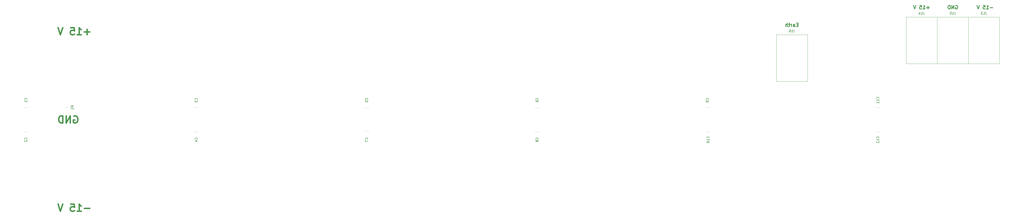
<source format=gbr>
G04 #@! TF.GenerationSoftware,KiCad,Pcbnew,5.1.8*
G04 #@! TF.CreationDate,2020-12-14T16:47:20+01:00*
G04 #@! TF.ProjectId,main,6d61696e-2e6b-4696-9361-645f70636258,v1.0.0*
G04 #@! TF.SameCoordinates,Original*
G04 #@! TF.FileFunction,Legend,Bot*
G04 #@! TF.FilePolarity,Positive*
%FSLAX46Y46*%
G04 Gerber Fmt 4.6, Leading zero omitted, Abs format (unit mm)*
G04 Created by KiCad (PCBNEW 5.1.8) date 2020-12-14 16:47:20*
%MOMM*%
%LPD*%
G01*
G04 APERTURE LIST*
%ADD10C,0.300000*%
%ADD11C,0.600000*%
%ADD12C,0.120000*%
%ADD13C,0.150000*%
G04 APERTURE END LIST*
D10*
X353631428Y-46247857D02*
X353131428Y-46247857D01*
X352917142Y-47033571D02*
X353631428Y-47033571D01*
X353631428Y-45533571D01*
X352917142Y-45533571D01*
X351631428Y-47033571D02*
X351631428Y-46247857D01*
X351702857Y-46105000D01*
X351845714Y-46033571D01*
X352131428Y-46033571D01*
X352274285Y-46105000D01*
X351631428Y-46962142D02*
X351774285Y-47033571D01*
X352131428Y-47033571D01*
X352274285Y-46962142D01*
X352345714Y-46819285D01*
X352345714Y-46676428D01*
X352274285Y-46533571D01*
X352131428Y-46462142D01*
X351774285Y-46462142D01*
X351631428Y-46390714D01*
X350917142Y-47033571D02*
X350917142Y-46033571D01*
X350917142Y-46319285D02*
X350845714Y-46176428D01*
X350774285Y-46105000D01*
X350631428Y-46033571D01*
X350488571Y-46033571D01*
X350202857Y-46033571D02*
X349631428Y-46033571D01*
X349988571Y-45533571D02*
X349988571Y-46819285D01*
X349917142Y-46962142D01*
X349774285Y-47033571D01*
X349631428Y-47033571D01*
X349131428Y-47033571D02*
X349131428Y-45533571D01*
X348488571Y-47033571D02*
X348488571Y-46247857D01*
X348560000Y-46105000D01*
X348702857Y-46033571D01*
X348917142Y-46033571D01*
X349060000Y-46105000D01*
X349131428Y-46176428D01*
D11*
X57981428Y-122899285D02*
X55695714Y-122899285D01*
X52695714Y-124042142D02*
X54410000Y-124042142D01*
X53552857Y-124042142D02*
X53552857Y-121042142D01*
X53838571Y-121470714D01*
X54124285Y-121756428D01*
X54410000Y-121899285D01*
X49981428Y-121042142D02*
X51410000Y-121042142D01*
X51552857Y-122470714D01*
X51410000Y-122327857D01*
X51124285Y-122185000D01*
X50410000Y-122185000D01*
X50124285Y-122327857D01*
X49981428Y-122470714D01*
X49838571Y-122756428D01*
X49838571Y-123470714D01*
X49981428Y-123756428D01*
X50124285Y-123899285D01*
X50410000Y-124042142D01*
X51124285Y-124042142D01*
X51410000Y-123899285D01*
X51552857Y-123756428D01*
X46695714Y-121042142D02*
X45695714Y-124042142D01*
X44695714Y-121042142D01*
X51267142Y-84355000D02*
X51552857Y-84212142D01*
X51981428Y-84212142D01*
X52410000Y-84355000D01*
X52695714Y-84640714D01*
X52838571Y-84926428D01*
X52981428Y-85497857D01*
X52981428Y-85926428D01*
X52838571Y-86497857D01*
X52695714Y-86783571D01*
X52410000Y-87069285D01*
X51981428Y-87212142D01*
X51695714Y-87212142D01*
X51267142Y-87069285D01*
X51124285Y-86926428D01*
X51124285Y-85926428D01*
X51695714Y-85926428D01*
X49838571Y-87212142D02*
X49838571Y-84212142D01*
X48124285Y-87212142D01*
X48124285Y-84212142D01*
X46695714Y-87212142D02*
X46695714Y-84212142D01*
X45981428Y-84212142D01*
X45552857Y-84355000D01*
X45267142Y-84640714D01*
X45124285Y-84926428D01*
X44981428Y-85497857D01*
X44981428Y-85926428D01*
X45124285Y-86497857D01*
X45267142Y-86783571D01*
X45552857Y-87069285D01*
X45981428Y-87212142D01*
X46695714Y-87212142D01*
X57981428Y-49239285D02*
X55695714Y-49239285D01*
X56838571Y-50382142D02*
X56838571Y-48096428D01*
X52695714Y-50382142D02*
X54410000Y-50382142D01*
X53552857Y-50382142D02*
X53552857Y-47382142D01*
X53838571Y-47810714D01*
X54124285Y-48096428D01*
X54410000Y-48239285D01*
X49981428Y-47382142D02*
X51410000Y-47382142D01*
X51552857Y-48810714D01*
X51410000Y-48667857D01*
X51124285Y-48525000D01*
X50410000Y-48525000D01*
X50124285Y-48667857D01*
X49981428Y-48810714D01*
X49838571Y-49096428D01*
X49838571Y-49810714D01*
X49981428Y-50096428D01*
X50124285Y-50239285D01*
X50410000Y-50382142D01*
X51124285Y-50382142D01*
X51410000Y-50239285D01*
X51552857Y-50096428D01*
X46695714Y-47382142D02*
X45695714Y-50382142D01*
X44695714Y-47382142D01*
D10*
X408414285Y-39092142D02*
X407271428Y-39092142D01*
X407842857Y-39663571D02*
X407842857Y-38520714D01*
X405771428Y-39663571D02*
X406628571Y-39663571D01*
X406200000Y-39663571D02*
X406200000Y-38163571D01*
X406342857Y-38377857D01*
X406485714Y-38520714D01*
X406628571Y-38592142D01*
X404414285Y-38163571D02*
X405128571Y-38163571D01*
X405200000Y-38877857D01*
X405128571Y-38806428D01*
X404985714Y-38735000D01*
X404628571Y-38735000D01*
X404485714Y-38806428D01*
X404414285Y-38877857D01*
X404342857Y-39020714D01*
X404342857Y-39377857D01*
X404414285Y-39520714D01*
X404485714Y-39592142D01*
X404628571Y-39663571D01*
X404985714Y-39663571D01*
X405128571Y-39592142D01*
X405200000Y-39520714D01*
X402771428Y-38163571D02*
X402271428Y-39663571D01*
X401771428Y-38163571D01*
X419342857Y-38235000D02*
X419485714Y-38163571D01*
X419700000Y-38163571D01*
X419914285Y-38235000D01*
X420057142Y-38377857D01*
X420128571Y-38520714D01*
X420200000Y-38806428D01*
X420200000Y-39020714D01*
X420128571Y-39306428D01*
X420057142Y-39449285D01*
X419914285Y-39592142D01*
X419700000Y-39663571D01*
X419557142Y-39663571D01*
X419342857Y-39592142D01*
X419271428Y-39520714D01*
X419271428Y-39020714D01*
X419557142Y-39020714D01*
X418628571Y-39663571D02*
X418628571Y-38163571D01*
X417771428Y-39663571D01*
X417771428Y-38163571D01*
X417057142Y-39663571D02*
X417057142Y-38163571D01*
X416700000Y-38163571D01*
X416485714Y-38235000D01*
X416342857Y-38377857D01*
X416271428Y-38520714D01*
X416200000Y-38806428D01*
X416200000Y-39020714D01*
X416271428Y-39306428D01*
X416342857Y-39449285D01*
X416485714Y-39592142D01*
X416700000Y-39663571D01*
X417057142Y-39663571D01*
X434914285Y-39092142D02*
X433771428Y-39092142D01*
X432271428Y-39663571D02*
X433128571Y-39663571D01*
X432700000Y-39663571D02*
X432700000Y-38163571D01*
X432842857Y-38377857D01*
X432985714Y-38520714D01*
X433128571Y-38592142D01*
X430914285Y-38163571D02*
X431628571Y-38163571D01*
X431700000Y-38877857D01*
X431628571Y-38806428D01*
X431485714Y-38735000D01*
X431128571Y-38735000D01*
X430985714Y-38806428D01*
X430914285Y-38877857D01*
X430842857Y-39020714D01*
X430842857Y-39377857D01*
X430914285Y-39520714D01*
X430985714Y-39592142D01*
X431128571Y-39663571D01*
X431485714Y-39663571D01*
X431628571Y-39592142D01*
X431700000Y-39520714D01*
X429271428Y-38163571D02*
X428771428Y-39663571D01*
X428271428Y-38163571D01*
D12*
X357560000Y-50355000D02*
X344560000Y-50355000D01*
X344560000Y-50355000D02*
X344560000Y-69855000D01*
X344560000Y-69855000D02*
X357560000Y-69855000D01*
X357560000Y-69855000D02*
X357560000Y-50355000D01*
X424700000Y-62485000D02*
X424700000Y-42985000D01*
X411700000Y-62485000D02*
X424700000Y-62485000D01*
X411700000Y-42985000D02*
X411700000Y-62485000D01*
X424700000Y-42985000D02*
X411700000Y-42985000D01*
X411700000Y-62485000D02*
X411700000Y-42985000D01*
X398700000Y-62485000D02*
X411700000Y-62485000D01*
X398700000Y-42985000D02*
X398700000Y-62485000D01*
X411700000Y-42985000D02*
X398700000Y-42985000D01*
X437700000Y-62485000D02*
X437700000Y-42985000D01*
X424700000Y-62485000D02*
X437700000Y-62485000D01*
X424700000Y-42985000D02*
X424700000Y-62485000D01*
X437700000Y-42985000D02*
X424700000Y-42985000D01*
X49835000Y-81002064D02*
X49835000Y-80547936D01*
X48365000Y-81002064D02*
X48365000Y-80547936D01*
X386410000Y-90794420D02*
X386410000Y-91075580D01*
X387430000Y-90794420D02*
X387430000Y-91075580D01*
X387430000Y-80915580D02*
X387430000Y-80634420D01*
X386410000Y-80915580D02*
X386410000Y-80634420D01*
X315290000Y-90794420D02*
X315290000Y-91075580D01*
X316310000Y-90794420D02*
X316310000Y-91075580D01*
X316310000Y-80915580D02*
X316310000Y-80634420D01*
X315290000Y-80915580D02*
X315290000Y-80634420D01*
X244170000Y-90794420D02*
X244170000Y-91075580D01*
X245190000Y-90794420D02*
X245190000Y-91075580D01*
X173050000Y-90540420D02*
X173050000Y-90821580D01*
X174070000Y-90540420D02*
X174070000Y-90821580D01*
X245190000Y-81169580D02*
X245190000Y-80888420D01*
X244170000Y-81169580D02*
X244170000Y-80888420D01*
X174070000Y-80915580D02*
X174070000Y-80634420D01*
X173050000Y-80915580D02*
X173050000Y-80634420D01*
X101930000Y-90794420D02*
X101930000Y-91075580D01*
X102950000Y-90794420D02*
X102950000Y-91075580D01*
X102950000Y-80915580D02*
X102950000Y-80634420D01*
X101930000Y-80915580D02*
X101930000Y-80634420D01*
X30810000Y-90794420D02*
X30810000Y-91075580D01*
X31830000Y-90794420D02*
X31830000Y-91075580D01*
X31830000Y-80915580D02*
X31830000Y-80634420D01*
X30810000Y-80915580D02*
X30810000Y-80634420D01*
D13*
X351869523Y-48307380D02*
X351869523Y-49021666D01*
X351917142Y-49164523D01*
X352012380Y-49259761D01*
X352155238Y-49307380D01*
X352250476Y-49307380D01*
X350869523Y-49307380D02*
X351440952Y-49307380D01*
X351155238Y-49307380D02*
X351155238Y-48307380D01*
X351250476Y-48450238D01*
X351345714Y-48545476D01*
X351440952Y-48593095D01*
X350012380Y-48307380D02*
X350202857Y-48307380D01*
X350298095Y-48355000D01*
X350345714Y-48402619D01*
X350440952Y-48545476D01*
X350488571Y-48735952D01*
X350488571Y-49116904D01*
X350440952Y-49212142D01*
X350393333Y-49259761D01*
X350298095Y-49307380D01*
X350107619Y-49307380D01*
X350012380Y-49259761D01*
X349964761Y-49212142D01*
X349917142Y-49116904D01*
X349917142Y-48878809D01*
X349964761Y-48783571D01*
X350012380Y-48735952D01*
X350107619Y-48688333D01*
X350298095Y-48688333D01*
X350393333Y-48735952D01*
X350440952Y-48783571D01*
X350488571Y-48878809D01*
X419009523Y-40937380D02*
X419009523Y-41651666D01*
X419057142Y-41794523D01*
X419152380Y-41889761D01*
X419295238Y-41937380D01*
X419390476Y-41937380D01*
X418009523Y-41937380D02*
X418580952Y-41937380D01*
X418295238Y-41937380D02*
X418295238Y-40937380D01*
X418390476Y-41080238D01*
X418485714Y-41175476D01*
X418580952Y-41223095D01*
X417104761Y-40937380D02*
X417580952Y-40937380D01*
X417628571Y-41413571D01*
X417580952Y-41365952D01*
X417485714Y-41318333D01*
X417247619Y-41318333D01*
X417152380Y-41365952D01*
X417104761Y-41413571D01*
X417057142Y-41508809D01*
X417057142Y-41746904D01*
X417104761Y-41842142D01*
X417152380Y-41889761D01*
X417247619Y-41937380D01*
X417485714Y-41937380D01*
X417580952Y-41889761D01*
X417628571Y-41842142D01*
X406009523Y-40937380D02*
X406009523Y-41651666D01*
X406057142Y-41794523D01*
X406152380Y-41889761D01*
X406295238Y-41937380D01*
X406390476Y-41937380D01*
X405009523Y-41937380D02*
X405580952Y-41937380D01*
X405295238Y-41937380D02*
X405295238Y-40937380D01*
X405390476Y-41080238D01*
X405485714Y-41175476D01*
X405580952Y-41223095D01*
X404152380Y-41270714D02*
X404152380Y-41937380D01*
X404390476Y-40889761D02*
X404628571Y-41604047D01*
X404009523Y-41604047D01*
X432009523Y-40937380D02*
X432009523Y-41651666D01*
X432057142Y-41794523D01*
X432152380Y-41889761D01*
X432295238Y-41937380D01*
X432390476Y-41937380D01*
X431009523Y-41937380D02*
X431580952Y-41937380D01*
X431295238Y-41937380D02*
X431295238Y-40937380D01*
X431390476Y-41080238D01*
X431485714Y-41175476D01*
X431580952Y-41223095D01*
X430676190Y-40937380D02*
X430057142Y-40937380D01*
X430390476Y-41318333D01*
X430247619Y-41318333D01*
X430152380Y-41365952D01*
X430104761Y-41413571D01*
X430057142Y-41508809D01*
X430057142Y-41746904D01*
X430104761Y-41842142D01*
X430152380Y-41889761D01*
X430247619Y-41937380D01*
X430533333Y-41937380D01*
X430628571Y-41889761D01*
X430676190Y-41842142D01*
X51202380Y-80608333D02*
X50726190Y-80275000D01*
X51202380Y-80036904D02*
X50202380Y-80036904D01*
X50202380Y-80417857D01*
X50250000Y-80513095D01*
X50297619Y-80560714D01*
X50392857Y-80608333D01*
X50535714Y-80608333D01*
X50630952Y-80560714D01*
X50678571Y-80513095D01*
X50726190Y-80417857D01*
X50726190Y-80036904D01*
X51202380Y-81560714D02*
X51202380Y-80989285D01*
X51202380Y-81275000D02*
X50202380Y-81275000D01*
X50345238Y-81179761D01*
X50440476Y-81084523D01*
X50488095Y-80989285D01*
X387277142Y-93594142D02*
X387324761Y-93546523D01*
X387372380Y-93403666D01*
X387372380Y-93308428D01*
X387324761Y-93165571D01*
X387229523Y-93070333D01*
X387134285Y-93022714D01*
X386943809Y-92975095D01*
X386800952Y-92975095D01*
X386610476Y-93022714D01*
X386515238Y-93070333D01*
X386420000Y-93165571D01*
X386372380Y-93308428D01*
X386372380Y-93403666D01*
X386420000Y-93546523D01*
X386467619Y-93594142D01*
X387372380Y-94546523D02*
X387372380Y-93975095D01*
X387372380Y-94260809D02*
X386372380Y-94260809D01*
X386515238Y-94165571D01*
X386610476Y-94070333D01*
X386658095Y-93975095D01*
X386467619Y-94927476D02*
X386420000Y-94975095D01*
X386372380Y-95070333D01*
X386372380Y-95308428D01*
X386420000Y-95403666D01*
X386467619Y-95451285D01*
X386562857Y-95498904D01*
X386658095Y-95498904D01*
X386800952Y-95451285D01*
X387372380Y-94879857D01*
X387372380Y-95498904D01*
X387277142Y-77084142D02*
X387324761Y-77036523D01*
X387372380Y-76893666D01*
X387372380Y-76798428D01*
X387324761Y-76655571D01*
X387229523Y-76560333D01*
X387134285Y-76512714D01*
X386943809Y-76465095D01*
X386800952Y-76465095D01*
X386610476Y-76512714D01*
X386515238Y-76560333D01*
X386420000Y-76655571D01*
X386372380Y-76798428D01*
X386372380Y-76893666D01*
X386420000Y-77036523D01*
X386467619Y-77084142D01*
X387372380Y-78036523D02*
X387372380Y-77465095D01*
X387372380Y-77750809D02*
X386372380Y-77750809D01*
X386515238Y-77655571D01*
X386610476Y-77560333D01*
X386658095Y-77465095D01*
X387372380Y-78988904D02*
X387372380Y-78417476D01*
X387372380Y-78703190D02*
X386372380Y-78703190D01*
X386515238Y-78607952D01*
X386610476Y-78512714D01*
X386658095Y-78417476D01*
X316411142Y-93594142D02*
X316458761Y-93546523D01*
X316506380Y-93403666D01*
X316506380Y-93308428D01*
X316458761Y-93165571D01*
X316363523Y-93070333D01*
X316268285Y-93022714D01*
X316077809Y-92975095D01*
X315934952Y-92975095D01*
X315744476Y-93022714D01*
X315649238Y-93070333D01*
X315554000Y-93165571D01*
X315506380Y-93308428D01*
X315506380Y-93403666D01*
X315554000Y-93546523D01*
X315601619Y-93594142D01*
X316506380Y-94546523D02*
X316506380Y-93975095D01*
X316506380Y-94260809D02*
X315506380Y-94260809D01*
X315649238Y-94165571D01*
X315744476Y-94070333D01*
X315792095Y-93975095D01*
X315506380Y-95165571D02*
X315506380Y-95260809D01*
X315554000Y-95356047D01*
X315601619Y-95403666D01*
X315696857Y-95451285D01*
X315887333Y-95498904D01*
X316125428Y-95498904D01*
X316315904Y-95451285D01*
X316411142Y-95403666D01*
X316458761Y-95356047D01*
X316506380Y-95260809D01*
X316506380Y-95165571D01*
X316458761Y-95070333D01*
X316411142Y-95022714D01*
X316315904Y-94975095D01*
X316125428Y-94927476D01*
X315887333Y-94927476D01*
X315696857Y-94975095D01*
X315601619Y-95022714D01*
X315554000Y-95070333D01*
X315506380Y-95165571D01*
X316157142Y-77560333D02*
X316204761Y-77512714D01*
X316252380Y-77369857D01*
X316252380Y-77274619D01*
X316204761Y-77131761D01*
X316109523Y-77036523D01*
X316014285Y-76988904D01*
X315823809Y-76941285D01*
X315680952Y-76941285D01*
X315490476Y-76988904D01*
X315395238Y-77036523D01*
X315300000Y-77131761D01*
X315252380Y-77274619D01*
X315252380Y-77369857D01*
X315300000Y-77512714D01*
X315347619Y-77560333D01*
X316252380Y-78036523D02*
X316252380Y-78227000D01*
X316204761Y-78322238D01*
X316157142Y-78369857D01*
X316014285Y-78465095D01*
X315823809Y-78512714D01*
X315442857Y-78512714D01*
X315347619Y-78465095D01*
X315300000Y-78417476D01*
X315252380Y-78322238D01*
X315252380Y-78131761D01*
X315300000Y-78036523D01*
X315347619Y-77988904D01*
X315442857Y-77941285D01*
X315680952Y-77941285D01*
X315776190Y-77988904D01*
X315823809Y-78036523D01*
X315871428Y-78131761D01*
X315871428Y-78322238D01*
X315823809Y-78417476D01*
X315776190Y-78465095D01*
X315680952Y-78512714D01*
X245037142Y-94070333D02*
X245084761Y-94022714D01*
X245132380Y-93879857D01*
X245132380Y-93784619D01*
X245084761Y-93641761D01*
X244989523Y-93546523D01*
X244894285Y-93498904D01*
X244703809Y-93451285D01*
X244560952Y-93451285D01*
X244370476Y-93498904D01*
X244275238Y-93546523D01*
X244180000Y-93641761D01*
X244132380Y-93784619D01*
X244132380Y-93879857D01*
X244180000Y-94022714D01*
X244227619Y-94070333D01*
X244560952Y-94641761D02*
X244513333Y-94546523D01*
X244465714Y-94498904D01*
X244370476Y-94451285D01*
X244322857Y-94451285D01*
X244227619Y-94498904D01*
X244180000Y-94546523D01*
X244132380Y-94641761D01*
X244132380Y-94832238D01*
X244180000Y-94927476D01*
X244227619Y-94975095D01*
X244322857Y-95022714D01*
X244370476Y-95022714D01*
X244465714Y-94975095D01*
X244513333Y-94927476D01*
X244560952Y-94832238D01*
X244560952Y-94641761D01*
X244608571Y-94546523D01*
X244656190Y-94498904D01*
X244751428Y-94451285D01*
X244941904Y-94451285D01*
X245037142Y-94498904D01*
X245084761Y-94546523D01*
X245132380Y-94641761D01*
X245132380Y-94832238D01*
X245084761Y-94927476D01*
X245037142Y-94975095D01*
X244941904Y-95022714D01*
X244751428Y-95022714D01*
X244656190Y-94975095D01*
X244608571Y-94927476D01*
X244560952Y-94832238D01*
X173917142Y-94070333D02*
X173964761Y-94022714D01*
X174012380Y-93879857D01*
X174012380Y-93784619D01*
X173964761Y-93641761D01*
X173869523Y-93546523D01*
X173774285Y-93498904D01*
X173583809Y-93451285D01*
X173440952Y-93451285D01*
X173250476Y-93498904D01*
X173155238Y-93546523D01*
X173060000Y-93641761D01*
X173012380Y-93784619D01*
X173012380Y-93879857D01*
X173060000Y-94022714D01*
X173107619Y-94070333D01*
X173012380Y-94403666D02*
X173012380Y-95070333D01*
X174012380Y-94641761D01*
X245037142Y-77560333D02*
X245084761Y-77512714D01*
X245132380Y-77369857D01*
X245132380Y-77274619D01*
X245084761Y-77131761D01*
X244989523Y-77036523D01*
X244894285Y-76988904D01*
X244703809Y-76941285D01*
X244560952Y-76941285D01*
X244370476Y-76988904D01*
X244275238Y-77036523D01*
X244180000Y-77131761D01*
X244132380Y-77274619D01*
X244132380Y-77369857D01*
X244180000Y-77512714D01*
X244227619Y-77560333D01*
X244132380Y-78417476D02*
X244132380Y-78227000D01*
X244180000Y-78131761D01*
X244227619Y-78084142D01*
X244370476Y-77988904D01*
X244560952Y-77941285D01*
X244941904Y-77941285D01*
X245037142Y-77988904D01*
X245084761Y-78036523D01*
X245132380Y-78131761D01*
X245132380Y-78322238D01*
X245084761Y-78417476D01*
X245037142Y-78465095D01*
X244941904Y-78512714D01*
X244703809Y-78512714D01*
X244608571Y-78465095D01*
X244560952Y-78417476D01*
X244513333Y-78322238D01*
X244513333Y-78131761D01*
X244560952Y-78036523D01*
X244608571Y-77988904D01*
X244703809Y-77941285D01*
X173917142Y-77560333D02*
X173964761Y-77512714D01*
X174012380Y-77369857D01*
X174012380Y-77274619D01*
X173964761Y-77131761D01*
X173869523Y-77036523D01*
X173774285Y-76988904D01*
X173583809Y-76941285D01*
X173440952Y-76941285D01*
X173250476Y-76988904D01*
X173155238Y-77036523D01*
X173060000Y-77131761D01*
X173012380Y-77274619D01*
X173012380Y-77369857D01*
X173060000Y-77512714D01*
X173107619Y-77560333D01*
X173012380Y-78465095D02*
X173012380Y-77988904D01*
X173488571Y-77941285D01*
X173440952Y-77988904D01*
X173393333Y-78084142D01*
X173393333Y-78322238D01*
X173440952Y-78417476D01*
X173488571Y-78465095D01*
X173583809Y-78512714D01*
X173821904Y-78512714D01*
X173917142Y-78465095D01*
X173964761Y-78417476D01*
X174012380Y-78322238D01*
X174012380Y-78084142D01*
X173964761Y-77988904D01*
X173917142Y-77941285D01*
X102797142Y-94070333D02*
X102844761Y-94022714D01*
X102892380Y-93879857D01*
X102892380Y-93784619D01*
X102844761Y-93641761D01*
X102749523Y-93546523D01*
X102654285Y-93498904D01*
X102463809Y-93451285D01*
X102320952Y-93451285D01*
X102130476Y-93498904D01*
X102035238Y-93546523D01*
X101940000Y-93641761D01*
X101892380Y-93784619D01*
X101892380Y-93879857D01*
X101940000Y-94022714D01*
X101987619Y-94070333D01*
X102225714Y-94927476D02*
X102892380Y-94927476D01*
X101844761Y-94689380D02*
X102559047Y-94451285D01*
X102559047Y-95070333D01*
X102797142Y-77560333D02*
X102844761Y-77512714D01*
X102892380Y-77369857D01*
X102892380Y-77274619D01*
X102844761Y-77131761D01*
X102749523Y-77036523D01*
X102654285Y-76988904D01*
X102463809Y-76941285D01*
X102320952Y-76941285D01*
X102130476Y-76988904D01*
X102035238Y-77036523D01*
X101940000Y-77131761D01*
X101892380Y-77274619D01*
X101892380Y-77369857D01*
X101940000Y-77512714D01*
X101987619Y-77560333D01*
X101892380Y-77893666D02*
X101892380Y-78512714D01*
X102273333Y-78179380D01*
X102273333Y-78322238D01*
X102320952Y-78417476D01*
X102368571Y-78465095D01*
X102463809Y-78512714D01*
X102701904Y-78512714D01*
X102797142Y-78465095D01*
X102844761Y-78417476D01*
X102892380Y-78322238D01*
X102892380Y-78036523D01*
X102844761Y-77941285D01*
X102797142Y-77893666D01*
X31677142Y-94070333D02*
X31724761Y-94022714D01*
X31772380Y-93879857D01*
X31772380Y-93784619D01*
X31724761Y-93641761D01*
X31629523Y-93546523D01*
X31534285Y-93498904D01*
X31343809Y-93451285D01*
X31200952Y-93451285D01*
X31010476Y-93498904D01*
X30915238Y-93546523D01*
X30820000Y-93641761D01*
X30772380Y-93784619D01*
X30772380Y-93879857D01*
X30820000Y-94022714D01*
X30867619Y-94070333D01*
X30867619Y-94451285D02*
X30820000Y-94498904D01*
X30772380Y-94594142D01*
X30772380Y-94832238D01*
X30820000Y-94927476D01*
X30867619Y-94975095D01*
X30962857Y-95022714D01*
X31058095Y-95022714D01*
X31200952Y-94975095D01*
X31772380Y-94403666D01*
X31772380Y-95022714D01*
X31677142Y-77560333D02*
X31724761Y-77512714D01*
X31772380Y-77369857D01*
X31772380Y-77274619D01*
X31724761Y-77131761D01*
X31629523Y-77036523D01*
X31534285Y-76988904D01*
X31343809Y-76941285D01*
X31200952Y-76941285D01*
X31010476Y-76988904D01*
X30915238Y-77036523D01*
X30820000Y-77131761D01*
X30772380Y-77274619D01*
X30772380Y-77369857D01*
X30820000Y-77512714D01*
X30867619Y-77560333D01*
X31772380Y-78512714D02*
X31772380Y-77941285D01*
X31772380Y-78227000D02*
X30772380Y-78227000D01*
X30915238Y-78131761D01*
X31010476Y-78036523D01*
X31058095Y-77941285D01*
M02*

</source>
